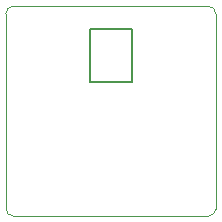
<source format=gm1>
G04 #@! TF.GenerationSoftware,KiCad,Pcbnew,5.1.6-c6e7f7d~87~ubuntu20.04.1*
G04 #@! TF.CreationDate,2020-09-28T10:34:55-03:00*
G04 #@! TF.ProjectId,altana_original,616c7461-6e61-45f6-9f72-6967696e616c,rev?*
G04 #@! TF.SameCoordinates,Original*
G04 #@! TF.FileFunction,Profile,NP*
%FSLAX46Y46*%
G04 Gerber Fmt 4.6, Leading zero omitted, Abs format (unit mm)*
G04 Created by KiCad (PCBNEW 5.1.6-c6e7f7d~87~ubuntu20.04.1) date 2020-09-28 10:34:55*
%MOMM*%
%LPD*%
G01*
G04 APERTURE LIST*
G04 #@! TA.AperFunction,Profile*
%ADD10C,0.100000*%
G04 #@! TD*
G04 #@! TA.AperFunction,Profile*
%ADD11C,0.150000*%
G04 #@! TD*
G04 APERTURE END LIST*
D10*
X82677000Y-44577000D02*
X66167000Y-44577000D01*
X65532000Y-43942000D02*
X65532000Y-27432000D01*
X65532000Y-27432000D02*
G75*
G02*
X66167000Y-26797000I635000J0D01*
G01*
X66167000Y-44577000D02*
G75*
G02*
X65532000Y-43942000I0J635000D01*
G01*
X66167000Y-26797000D02*
X82677000Y-26797000D01*
X83312000Y-43942000D02*
G75*
G02*
X82677000Y-44577000I-635000J0D01*
G01*
X82677000Y-26797000D02*
G75*
G02*
X83312000Y-27432000I0J-635000D01*
G01*
X83312000Y-27432000D02*
X83312000Y-43942000D01*
D11*
X76172000Y-33252000D02*
X76172000Y-28752000D01*
X72672000Y-33252000D02*
X72672000Y-28752000D01*
X76172000Y-33252000D02*
X72672000Y-33252000D01*
X72672000Y-28752000D02*
X76172000Y-28752000D01*
M02*

</source>
